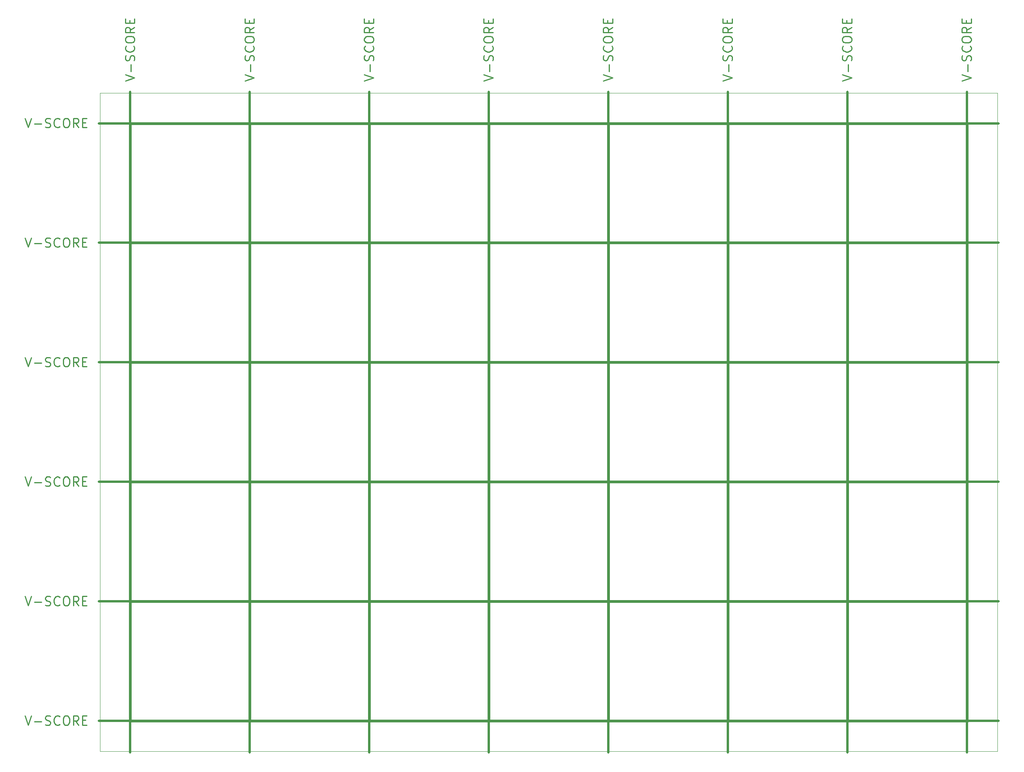
<source format=gko>
%TF.GenerationSoftware,KiCad,Pcbnew,7.0.10*%
%TF.CreationDate,2024-03-13T10:51:02+00:00*%
%TF.ProjectId,SparkX_Soft_Power_Switch_panelized,53706172-6b58-45f5-936f-66745f506f77,v01*%
%TF.SameCoordinates,Original*%
%TF.FileFunction,Soldermask,Bot*%
%TF.FilePolarity,Negative*%
%FSLAX46Y46*%
G04 Gerber Fmt 4.6, Leading zero omitted, Abs format (unit mm)*
G04 Created by KiCad (PCBNEW 7.0.10) date 2024-03-13 10:51:02*
%MOMM*%
%LPD*%
G01*
G04 APERTURE LIST*
%TA.AperFunction,Profile*%
%ADD10C,0.100000*%
%TD*%
%ADD11C,0.500000*%
%ADD12C,0.250000*%
G04 APERTURE END LIST*
D10*
X77700000Y77200000D02*
X103100000Y77200000D01*
X103100000Y51800000D01*
X77700000Y51800000D01*
X77700000Y77200000D01*
X129500000Y25400000D02*
X154900000Y25400000D01*
X154900000Y0D01*
X129500000Y0D01*
X129500000Y25400000D01*
X129500000Y129000000D02*
X154900000Y129000000D01*
X154900000Y103600000D01*
X129500000Y103600000D01*
X129500000Y129000000D01*
X103600000Y103100000D02*
X129000000Y103100000D01*
X129000000Y77700000D01*
X103600000Y77700000D01*
X103600000Y103100000D01*
X25900000Y129000000D02*
X51300000Y129000000D01*
X51300000Y103600000D01*
X25900000Y103600000D01*
X25900000Y129000000D01*
X-500000Y-500000D02*
X-500000Y129500000D01*
X77700000Y25400000D02*
X103100000Y25400000D01*
X103100000Y0D01*
X77700000Y0D01*
X77700000Y25400000D01*
X181300000Y129500000D02*
X181300000Y-500000D01*
X0Y77200000D02*
X25400000Y77200000D01*
X25400000Y51800000D01*
X0Y51800000D01*
X0Y77200000D01*
X77700000Y129000000D02*
X103100000Y129000000D01*
X103100000Y103600000D01*
X77700000Y103600000D01*
X77700000Y129000000D01*
X51800000Y103100000D02*
X77200000Y103100000D01*
X77200000Y77700000D01*
X51800000Y77700000D01*
X51800000Y103100000D01*
X51800000Y25400000D02*
X77200000Y25400000D01*
X77200000Y0D01*
X51800000Y0D01*
X51800000Y25400000D01*
X129500000Y51300000D02*
X154900000Y51300000D01*
X154900000Y25900000D01*
X129500000Y25900000D01*
X129500000Y51300000D01*
X129500000Y103100000D02*
X154900000Y103100000D01*
X154900000Y77700000D01*
X129500000Y77700000D01*
X129500000Y103100000D01*
X-500000Y129500000D02*
X181300000Y129500000D01*
X-6850000Y135850000D02*
X187650000Y135850000D01*
X25900000Y103100000D02*
X51300000Y103100000D01*
X51300000Y77700000D01*
X25900000Y77700000D01*
X25900000Y103100000D01*
X0Y129000000D02*
X25400000Y129000000D01*
X25400000Y103600000D01*
X0Y103600000D01*
X0Y129000000D01*
X187650000Y-6850000D02*
X-6850000Y-6850000D01*
X155400000Y25400000D02*
X180800000Y25400000D01*
X180800000Y0D01*
X155400000Y0D01*
X155400000Y25400000D01*
X25900000Y25400000D02*
X51300000Y25400000D01*
X51300000Y0D01*
X25900000Y0D01*
X25900000Y25400000D01*
X155400000Y51300000D02*
X180800000Y51300000D01*
X180800000Y25900000D01*
X155400000Y25900000D01*
X155400000Y51300000D01*
X25900000Y51300000D02*
X51300000Y51300000D01*
X51300000Y25900000D01*
X25900000Y25900000D01*
X25900000Y51300000D01*
X77700000Y51300000D02*
X103100000Y51300000D01*
X103100000Y25900000D01*
X77700000Y25900000D01*
X77700000Y51300000D01*
X103600000Y25400000D02*
X129000000Y25400000D01*
X129000000Y0D01*
X103600000Y0D01*
X103600000Y25400000D01*
X155400000Y129000000D02*
X180800000Y129000000D01*
X180800000Y103600000D01*
X155400000Y103600000D01*
X155400000Y129000000D01*
X129500000Y77200000D02*
X154900000Y77200000D01*
X154900000Y51800000D01*
X129500000Y51800000D01*
X129500000Y77200000D01*
X103600000Y129000000D02*
X129000000Y129000000D01*
X129000000Y103600000D01*
X103600000Y103600000D01*
X103600000Y129000000D01*
X0Y103100000D02*
X25400000Y103100000D01*
X25400000Y77700000D01*
X0Y77700000D01*
X0Y103100000D01*
X187650000Y135850000D02*
X187650000Y-6850000D01*
X155400000Y103100000D02*
X180800000Y103100000D01*
X180800000Y77700000D01*
X155400000Y77700000D01*
X155400000Y103100000D01*
X77700000Y103100000D02*
X103100000Y103100000D01*
X103100000Y77700000D01*
X77700000Y77700000D01*
X77700000Y103100000D01*
X51800000Y51300000D02*
X77200000Y51300000D01*
X77200000Y25900000D01*
X51800000Y25900000D01*
X51800000Y51300000D01*
X0Y51300000D02*
X25400000Y51300000D01*
X25400000Y25900000D01*
X0Y25900000D01*
X0Y51300000D01*
X51800000Y77200000D02*
X77200000Y77200000D01*
X77200000Y51800000D01*
X51800000Y51800000D01*
X51800000Y77200000D01*
X103600000Y77200000D02*
X129000000Y77200000D01*
X129000000Y51800000D01*
X103600000Y51800000D01*
X103600000Y77200000D01*
X25900000Y77200000D02*
X51300000Y77200000D01*
X51300000Y51800000D01*
X25900000Y51800000D01*
X25900000Y77200000D01*
X51800000Y129000000D02*
X77200000Y129000000D01*
X77200000Y103600000D01*
X51800000Y103600000D01*
X51800000Y129000000D01*
X103600000Y51300000D02*
X129000000Y51300000D01*
X129000000Y25900000D01*
X103600000Y25900000D01*
X103600000Y51300000D01*
X-6850000Y-6850000D02*
X-6850000Y135850000D01*
X0Y25400000D02*
X25400000Y25400000D01*
X25400000Y0D01*
X0Y0D01*
X0Y25400000D01*
X181300000Y-500000D02*
X-500000Y-500000D01*
X155400000Y77200000D02*
X180800000Y77200000D01*
X180800000Y51800000D01*
X155400000Y51800000D01*
X155400000Y77200000D01*
D11*
X-250000Y136100000D02*
X-250000Y-7100000D01*
X129250000Y136100000D02*
X129250000Y-7100000D01*
X-7100000Y51550000D02*
X187900000Y51550000D01*
X-7100000Y25650000D02*
X187900000Y25650000D01*
X-7100000Y103350000D02*
X187900000Y103350000D01*
X25650000Y136100000D02*
X25650000Y-7100000D01*
X103350000Y136100000D02*
X103350000Y-7100000D01*
X77450000Y136100000D02*
X77450000Y-7100000D01*
X181050000Y136100000D02*
X181050000Y-7100000D01*
X-7100000Y-250000D02*
X187900000Y-250000D01*
X-7100000Y129250000D02*
X187900000Y129250000D01*
X155150000Y136100000D02*
X155150000Y-7100000D01*
X51550000Y136100000D02*
X51550000Y-7100000D01*
X-7100000Y77450000D02*
X187900000Y77450000D01*
D12*
X128162238Y138454949D02*
X130162238Y139121615D01*
X130162238Y139121615D02*
X128162238Y139788282D01*
X129400333Y140454949D02*
X129400333Y141978759D01*
X130067000Y142835901D02*
X130162238Y143121615D01*
X130162238Y143121615D02*
X130162238Y143597806D01*
X130162238Y143597806D02*
X130067000Y143788282D01*
X130067000Y143788282D02*
X129971761Y143883520D01*
X129971761Y143883520D02*
X129781285Y143978758D01*
X129781285Y143978758D02*
X129590809Y143978758D01*
X129590809Y143978758D02*
X129400333Y143883520D01*
X129400333Y143883520D02*
X129305095Y143788282D01*
X129305095Y143788282D02*
X129209857Y143597806D01*
X129209857Y143597806D02*
X129114619Y143216853D01*
X129114619Y143216853D02*
X129019380Y143026377D01*
X129019380Y143026377D02*
X128924142Y142931139D01*
X128924142Y142931139D02*
X128733666Y142835901D01*
X128733666Y142835901D02*
X128543190Y142835901D01*
X128543190Y142835901D02*
X128352714Y142931139D01*
X128352714Y142931139D02*
X128257476Y143026377D01*
X128257476Y143026377D02*
X128162238Y143216853D01*
X128162238Y143216853D02*
X128162238Y143693044D01*
X128162238Y143693044D02*
X128257476Y143978758D01*
X129971761Y145978758D02*
X130067000Y145883520D01*
X130067000Y145883520D02*
X130162238Y145597806D01*
X130162238Y145597806D02*
X130162238Y145407330D01*
X130162238Y145407330D02*
X130067000Y145121615D01*
X130067000Y145121615D02*
X129876523Y144931139D01*
X129876523Y144931139D02*
X129686047Y144835901D01*
X129686047Y144835901D02*
X129305095Y144740663D01*
X129305095Y144740663D02*
X129019380Y144740663D01*
X129019380Y144740663D02*
X128638428Y144835901D01*
X128638428Y144835901D02*
X128447952Y144931139D01*
X128447952Y144931139D02*
X128257476Y145121615D01*
X128257476Y145121615D02*
X128162238Y145407330D01*
X128162238Y145407330D02*
X128162238Y145597806D01*
X128162238Y145597806D02*
X128257476Y145883520D01*
X128257476Y145883520D02*
X128352714Y145978758D01*
X128162238Y147216853D02*
X128162238Y147597806D01*
X128162238Y147597806D02*
X128257476Y147788282D01*
X128257476Y147788282D02*
X128447952Y147978758D01*
X128447952Y147978758D02*
X128828904Y148073996D01*
X128828904Y148073996D02*
X129495571Y148073996D01*
X129495571Y148073996D02*
X129876523Y147978758D01*
X129876523Y147978758D02*
X130067000Y147788282D01*
X130067000Y147788282D02*
X130162238Y147597806D01*
X130162238Y147597806D02*
X130162238Y147216853D01*
X130162238Y147216853D02*
X130067000Y147026377D01*
X130067000Y147026377D02*
X129876523Y146835901D01*
X129876523Y146835901D02*
X129495571Y146740663D01*
X129495571Y146740663D02*
X128828904Y146740663D01*
X128828904Y146740663D02*
X128447952Y146835901D01*
X128447952Y146835901D02*
X128257476Y147026377D01*
X128257476Y147026377D02*
X128162238Y147216853D01*
X130162238Y150073996D02*
X129209857Y149407329D01*
X130162238Y148931139D02*
X128162238Y148931139D01*
X128162238Y148931139D02*
X128162238Y149693044D01*
X128162238Y149693044D02*
X128257476Y149883520D01*
X128257476Y149883520D02*
X128352714Y149978758D01*
X128352714Y149978758D02*
X128543190Y150073996D01*
X128543190Y150073996D02*
X128828904Y150073996D01*
X128828904Y150073996D02*
X129019380Y149978758D01*
X129019380Y149978758D02*
X129114619Y149883520D01*
X129114619Y149883520D02*
X129209857Y149693044D01*
X129209857Y149693044D02*
X129209857Y148931139D01*
X129114619Y150931139D02*
X129114619Y151597806D01*
X130162238Y151883520D02*
X130162238Y150931139D01*
X130162238Y150931139D02*
X128162238Y150931139D01*
X128162238Y150931139D02*
X128162238Y151883520D01*
X24562238Y138454949D02*
X26562238Y139121615D01*
X26562238Y139121615D02*
X24562238Y139788282D01*
X25800333Y140454949D02*
X25800333Y141978759D01*
X26467000Y142835901D02*
X26562238Y143121615D01*
X26562238Y143121615D02*
X26562238Y143597806D01*
X26562238Y143597806D02*
X26467000Y143788282D01*
X26467000Y143788282D02*
X26371761Y143883520D01*
X26371761Y143883520D02*
X26181285Y143978758D01*
X26181285Y143978758D02*
X25990809Y143978758D01*
X25990809Y143978758D02*
X25800333Y143883520D01*
X25800333Y143883520D02*
X25705095Y143788282D01*
X25705095Y143788282D02*
X25609857Y143597806D01*
X25609857Y143597806D02*
X25514619Y143216853D01*
X25514619Y143216853D02*
X25419380Y143026377D01*
X25419380Y143026377D02*
X25324142Y142931139D01*
X25324142Y142931139D02*
X25133666Y142835901D01*
X25133666Y142835901D02*
X24943190Y142835901D01*
X24943190Y142835901D02*
X24752714Y142931139D01*
X24752714Y142931139D02*
X24657476Y143026377D01*
X24657476Y143026377D02*
X24562238Y143216853D01*
X24562238Y143216853D02*
X24562238Y143693044D01*
X24562238Y143693044D02*
X24657476Y143978758D01*
X26371761Y145978758D02*
X26467000Y145883520D01*
X26467000Y145883520D02*
X26562238Y145597806D01*
X26562238Y145597806D02*
X26562238Y145407330D01*
X26562238Y145407330D02*
X26467000Y145121615D01*
X26467000Y145121615D02*
X26276523Y144931139D01*
X26276523Y144931139D02*
X26086047Y144835901D01*
X26086047Y144835901D02*
X25705095Y144740663D01*
X25705095Y144740663D02*
X25419380Y144740663D01*
X25419380Y144740663D02*
X25038428Y144835901D01*
X25038428Y144835901D02*
X24847952Y144931139D01*
X24847952Y144931139D02*
X24657476Y145121615D01*
X24657476Y145121615D02*
X24562238Y145407330D01*
X24562238Y145407330D02*
X24562238Y145597806D01*
X24562238Y145597806D02*
X24657476Y145883520D01*
X24657476Y145883520D02*
X24752714Y145978758D01*
X24562238Y147216853D02*
X24562238Y147597806D01*
X24562238Y147597806D02*
X24657476Y147788282D01*
X24657476Y147788282D02*
X24847952Y147978758D01*
X24847952Y147978758D02*
X25228904Y148073996D01*
X25228904Y148073996D02*
X25895571Y148073996D01*
X25895571Y148073996D02*
X26276523Y147978758D01*
X26276523Y147978758D02*
X26467000Y147788282D01*
X26467000Y147788282D02*
X26562238Y147597806D01*
X26562238Y147597806D02*
X26562238Y147216853D01*
X26562238Y147216853D02*
X26467000Y147026377D01*
X26467000Y147026377D02*
X26276523Y146835901D01*
X26276523Y146835901D02*
X25895571Y146740663D01*
X25895571Y146740663D02*
X25228904Y146740663D01*
X25228904Y146740663D02*
X24847952Y146835901D01*
X24847952Y146835901D02*
X24657476Y147026377D01*
X24657476Y147026377D02*
X24562238Y147216853D01*
X26562238Y150073996D02*
X25609857Y149407329D01*
X26562238Y148931139D02*
X24562238Y148931139D01*
X24562238Y148931139D02*
X24562238Y149693044D01*
X24562238Y149693044D02*
X24657476Y149883520D01*
X24657476Y149883520D02*
X24752714Y149978758D01*
X24752714Y149978758D02*
X24943190Y150073996D01*
X24943190Y150073996D02*
X25228904Y150073996D01*
X25228904Y150073996D02*
X25419380Y149978758D01*
X25419380Y149978758D02*
X25514619Y149883520D01*
X25514619Y149883520D02*
X25609857Y149693044D01*
X25609857Y149693044D02*
X25609857Y148931139D01*
X25514619Y150931139D02*
X25514619Y151597806D01*
X26562238Y151883520D02*
X26562238Y150931139D01*
X26562238Y150931139D02*
X24562238Y150931139D01*
X24562238Y150931139D02*
X24562238Y151883520D01*
X154062238Y138454949D02*
X156062238Y139121615D01*
X156062238Y139121615D02*
X154062238Y139788282D01*
X155300333Y140454949D02*
X155300333Y141978759D01*
X155967000Y142835901D02*
X156062238Y143121615D01*
X156062238Y143121615D02*
X156062238Y143597806D01*
X156062238Y143597806D02*
X155967000Y143788282D01*
X155967000Y143788282D02*
X155871761Y143883520D01*
X155871761Y143883520D02*
X155681285Y143978758D01*
X155681285Y143978758D02*
X155490809Y143978758D01*
X155490809Y143978758D02*
X155300333Y143883520D01*
X155300333Y143883520D02*
X155205095Y143788282D01*
X155205095Y143788282D02*
X155109857Y143597806D01*
X155109857Y143597806D02*
X155014619Y143216853D01*
X155014619Y143216853D02*
X154919380Y143026377D01*
X154919380Y143026377D02*
X154824142Y142931139D01*
X154824142Y142931139D02*
X154633666Y142835901D01*
X154633666Y142835901D02*
X154443190Y142835901D01*
X154443190Y142835901D02*
X154252714Y142931139D01*
X154252714Y142931139D02*
X154157476Y143026377D01*
X154157476Y143026377D02*
X154062238Y143216853D01*
X154062238Y143216853D02*
X154062238Y143693044D01*
X154062238Y143693044D02*
X154157476Y143978758D01*
X155871761Y145978758D02*
X155967000Y145883520D01*
X155967000Y145883520D02*
X156062238Y145597806D01*
X156062238Y145597806D02*
X156062238Y145407330D01*
X156062238Y145407330D02*
X155967000Y145121615D01*
X155967000Y145121615D02*
X155776523Y144931139D01*
X155776523Y144931139D02*
X155586047Y144835901D01*
X155586047Y144835901D02*
X155205095Y144740663D01*
X155205095Y144740663D02*
X154919380Y144740663D01*
X154919380Y144740663D02*
X154538428Y144835901D01*
X154538428Y144835901D02*
X154347952Y144931139D01*
X154347952Y144931139D02*
X154157476Y145121615D01*
X154157476Y145121615D02*
X154062238Y145407330D01*
X154062238Y145407330D02*
X154062238Y145597806D01*
X154062238Y145597806D02*
X154157476Y145883520D01*
X154157476Y145883520D02*
X154252714Y145978758D01*
X154062238Y147216853D02*
X154062238Y147597806D01*
X154062238Y147597806D02*
X154157476Y147788282D01*
X154157476Y147788282D02*
X154347952Y147978758D01*
X154347952Y147978758D02*
X154728904Y148073996D01*
X154728904Y148073996D02*
X155395571Y148073996D01*
X155395571Y148073996D02*
X155776523Y147978758D01*
X155776523Y147978758D02*
X155967000Y147788282D01*
X155967000Y147788282D02*
X156062238Y147597806D01*
X156062238Y147597806D02*
X156062238Y147216853D01*
X156062238Y147216853D02*
X155967000Y147026377D01*
X155967000Y147026377D02*
X155776523Y146835901D01*
X155776523Y146835901D02*
X155395571Y146740663D01*
X155395571Y146740663D02*
X154728904Y146740663D01*
X154728904Y146740663D02*
X154347952Y146835901D01*
X154347952Y146835901D02*
X154157476Y147026377D01*
X154157476Y147026377D02*
X154062238Y147216853D01*
X156062238Y150073996D02*
X155109857Y149407329D01*
X156062238Y148931139D02*
X154062238Y148931139D01*
X154062238Y148931139D02*
X154062238Y149693044D01*
X154062238Y149693044D02*
X154157476Y149883520D01*
X154157476Y149883520D02*
X154252714Y149978758D01*
X154252714Y149978758D02*
X154443190Y150073996D01*
X154443190Y150073996D02*
X154728904Y150073996D01*
X154728904Y150073996D02*
X154919380Y149978758D01*
X154919380Y149978758D02*
X155014619Y149883520D01*
X155014619Y149883520D02*
X155109857Y149693044D01*
X155109857Y149693044D02*
X155109857Y148931139D01*
X155014619Y150931139D02*
X155014619Y151597806D01*
X156062238Y151883520D02*
X156062238Y150931139D01*
X156062238Y150931139D02*
X154062238Y150931139D01*
X154062238Y150931139D02*
X154062238Y151883520D01*
X76362238Y138454949D02*
X78362238Y139121615D01*
X78362238Y139121615D02*
X76362238Y139788282D01*
X77600333Y140454949D02*
X77600333Y141978759D01*
X78267000Y142835901D02*
X78362238Y143121615D01*
X78362238Y143121615D02*
X78362238Y143597806D01*
X78362238Y143597806D02*
X78267000Y143788282D01*
X78267000Y143788282D02*
X78171761Y143883520D01*
X78171761Y143883520D02*
X77981285Y143978758D01*
X77981285Y143978758D02*
X77790809Y143978758D01*
X77790809Y143978758D02*
X77600333Y143883520D01*
X77600333Y143883520D02*
X77505095Y143788282D01*
X77505095Y143788282D02*
X77409857Y143597806D01*
X77409857Y143597806D02*
X77314619Y143216853D01*
X77314619Y143216853D02*
X77219380Y143026377D01*
X77219380Y143026377D02*
X77124142Y142931139D01*
X77124142Y142931139D02*
X76933666Y142835901D01*
X76933666Y142835901D02*
X76743190Y142835901D01*
X76743190Y142835901D02*
X76552714Y142931139D01*
X76552714Y142931139D02*
X76457476Y143026377D01*
X76457476Y143026377D02*
X76362238Y143216853D01*
X76362238Y143216853D02*
X76362238Y143693044D01*
X76362238Y143693044D02*
X76457476Y143978758D01*
X78171761Y145978758D02*
X78267000Y145883520D01*
X78267000Y145883520D02*
X78362238Y145597806D01*
X78362238Y145597806D02*
X78362238Y145407330D01*
X78362238Y145407330D02*
X78267000Y145121615D01*
X78267000Y145121615D02*
X78076523Y144931139D01*
X78076523Y144931139D02*
X77886047Y144835901D01*
X77886047Y144835901D02*
X77505095Y144740663D01*
X77505095Y144740663D02*
X77219380Y144740663D01*
X77219380Y144740663D02*
X76838428Y144835901D01*
X76838428Y144835901D02*
X76647952Y144931139D01*
X76647952Y144931139D02*
X76457476Y145121615D01*
X76457476Y145121615D02*
X76362238Y145407330D01*
X76362238Y145407330D02*
X76362238Y145597806D01*
X76362238Y145597806D02*
X76457476Y145883520D01*
X76457476Y145883520D02*
X76552714Y145978758D01*
X76362238Y147216853D02*
X76362238Y147597806D01*
X76362238Y147597806D02*
X76457476Y147788282D01*
X76457476Y147788282D02*
X76647952Y147978758D01*
X76647952Y147978758D02*
X77028904Y148073996D01*
X77028904Y148073996D02*
X77695571Y148073996D01*
X77695571Y148073996D02*
X78076523Y147978758D01*
X78076523Y147978758D02*
X78267000Y147788282D01*
X78267000Y147788282D02*
X78362238Y147597806D01*
X78362238Y147597806D02*
X78362238Y147216853D01*
X78362238Y147216853D02*
X78267000Y147026377D01*
X78267000Y147026377D02*
X78076523Y146835901D01*
X78076523Y146835901D02*
X77695571Y146740663D01*
X77695571Y146740663D02*
X77028904Y146740663D01*
X77028904Y146740663D02*
X76647952Y146835901D01*
X76647952Y146835901D02*
X76457476Y147026377D01*
X76457476Y147026377D02*
X76362238Y147216853D01*
X78362238Y150073996D02*
X77409857Y149407329D01*
X78362238Y148931139D02*
X76362238Y148931139D01*
X76362238Y148931139D02*
X76362238Y149693044D01*
X76362238Y149693044D02*
X76457476Y149883520D01*
X76457476Y149883520D02*
X76552714Y149978758D01*
X76552714Y149978758D02*
X76743190Y150073996D01*
X76743190Y150073996D02*
X77028904Y150073996D01*
X77028904Y150073996D02*
X77219380Y149978758D01*
X77219380Y149978758D02*
X77314619Y149883520D01*
X77314619Y149883520D02*
X77409857Y149693044D01*
X77409857Y149693044D02*
X77409857Y148931139D01*
X77314619Y150931139D02*
X77314619Y151597806D01*
X78362238Y151883520D02*
X78362238Y150931139D01*
X78362238Y150931139D02*
X76362238Y150931139D01*
X76362238Y150931139D02*
X76362238Y151883520D01*
X-23073997Y78537762D02*
X-22407331Y76537762D01*
X-22407331Y76537762D02*
X-21740664Y78537762D01*
X-21073997Y77299667D02*
X-19550187Y77299667D01*
X-18693045Y76633000D02*
X-18407331Y76537762D01*
X-18407331Y76537762D02*
X-17931140Y76537762D01*
X-17931140Y76537762D02*
X-17740664Y76633000D01*
X-17740664Y76633000D02*
X-17645426Y76728239D01*
X-17645426Y76728239D02*
X-17550188Y76918715D01*
X-17550188Y76918715D02*
X-17550188Y77109191D01*
X-17550188Y77109191D02*
X-17645426Y77299667D01*
X-17645426Y77299667D02*
X-17740664Y77394905D01*
X-17740664Y77394905D02*
X-17931140Y77490143D01*
X-17931140Y77490143D02*
X-18312093Y77585381D01*
X-18312093Y77585381D02*
X-18502569Y77680620D01*
X-18502569Y77680620D02*
X-18597807Y77775858D01*
X-18597807Y77775858D02*
X-18693045Y77966334D01*
X-18693045Y77966334D02*
X-18693045Y78156810D01*
X-18693045Y78156810D02*
X-18597807Y78347286D01*
X-18597807Y78347286D02*
X-18502569Y78442524D01*
X-18502569Y78442524D02*
X-18312093Y78537762D01*
X-18312093Y78537762D02*
X-17835902Y78537762D01*
X-17835902Y78537762D02*
X-17550188Y78442524D01*
X-15550188Y76728239D02*
X-15645426Y76633000D01*
X-15645426Y76633000D02*
X-15931140Y76537762D01*
X-15931140Y76537762D02*
X-16121616Y76537762D01*
X-16121616Y76537762D02*
X-16407331Y76633000D01*
X-16407331Y76633000D02*
X-16597807Y76823477D01*
X-16597807Y76823477D02*
X-16693045Y77013953D01*
X-16693045Y77013953D02*
X-16788283Y77394905D01*
X-16788283Y77394905D02*
X-16788283Y77680620D01*
X-16788283Y77680620D02*
X-16693045Y78061572D01*
X-16693045Y78061572D02*
X-16597807Y78252048D01*
X-16597807Y78252048D02*
X-16407331Y78442524D01*
X-16407331Y78442524D02*
X-16121616Y78537762D01*
X-16121616Y78537762D02*
X-15931140Y78537762D01*
X-15931140Y78537762D02*
X-15645426Y78442524D01*
X-15645426Y78442524D02*
X-15550188Y78347286D01*
X-14312093Y78537762D02*
X-13931140Y78537762D01*
X-13931140Y78537762D02*
X-13740664Y78442524D01*
X-13740664Y78442524D02*
X-13550188Y78252048D01*
X-13550188Y78252048D02*
X-13454950Y77871096D01*
X-13454950Y77871096D02*
X-13454950Y77204429D01*
X-13454950Y77204429D02*
X-13550188Y76823477D01*
X-13550188Y76823477D02*
X-13740664Y76633000D01*
X-13740664Y76633000D02*
X-13931140Y76537762D01*
X-13931140Y76537762D02*
X-14312093Y76537762D01*
X-14312093Y76537762D02*
X-14502569Y76633000D01*
X-14502569Y76633000D02*
X-14693045Y76823477D01*
X-14693045Y76823477D02*
X-14788283Y77204429D01*
X-14788283Y77204429D02*
X-14788283Y77871096D01*
X-14788283Y77871096D02*
X-14693045Y78252048D01*
X-14693045Y78252048D02*
X-14502569Y78442524D01*
X-14502569Y78442524D02*
X-14312093Y78537762D01*
X-11454950Y76537762D02*
X-12121617Y77490143D01*
X-12597807Y76537762D02*
X-12597807Y78537762D01*
X-12597807Y78537762D02*
X-11835902Y78537762D01*
X-11835902Y78537762D02*
X-11645426Y78442524D01*
X-11645426Y78442524D02*
X-11550188Y78347286D01*
X-11550188Y78347286D02*
X-11454950Y78156810D01*
X-11454950Y78156810D02*
X-11454950Y77871096D01*
X-11454950Y77871096D02*
X-11550188Y77680620D01*
X-11550188Y77680620D02*
X-11645426Y77585381D01*
X-11645426Y77585381D02*
X-11835902Y77490143D01*
X-11835902Y77490143D02*
X-12597807Y77490143D01*
X-10597807Y77585381D02*
X-9931140Y77585381D01*
X-9645426Y76537762D02*
X-10597807Y76537762D01*
X-10597807Y76537762D02*
X-10597807Y78537762D01*
X-10597807Y78537762D02*
X-9645426Y78537762D01*
X-1337762Y138454949D02*
X662238Y139121615D01*
X662238Y139121615D02*
X-1337762Y139788282D01*
X-99667Y140454949D02*
X-99667Y141978759D01*
X567000Y142835901D02*
X662238Y143121615D01*
X662238Y143121615D02*
X662238Y143597806D01*
X662238Y143597806D02*
X567000Y143788282D01*
X567000Y143788282D02*
X471761Y143883520D01*
X471761Y143883520D02*
X281285Y143978758D01*
X281285Y143978758D02*
X90809Y143978758D01*
X90809Y143978758D02*
X-99667Y143883520D01*
X-99667Y143883520D02*
X-194905Y143788282D01*
X-194905Y143788282D02*
X-290143Y143597806D01*
X-290143Y143597806D02*
X-385381Y143216853D01*
X-385381Y143216853D02*
X-480620Y143026377D01*
X-480620Y143026377D02*
X-575858Y142931139D01*
X-575858Y142931139D02*
X-766334Y142835901D01*
X-766334Y142835901D02*
X-956810Y142835901D01*
X-956810Y142835901D02*
X-1147286Y142931139D01*
X-1147286Y142931139D02*
X-1242524Y143026377D01*
X-1242524Y143026377D02*
X-1337762Y143216853D01*
X-1337762Y143216853D02*
X-1337762Y143693044D01*
X-1337762Y143693044D02*
X-1242524Y143978758D01*
X471761Y145978758D02*
X567000Y145883520D01*
X567000Y145883520D02*
X662238Y145597806D01*
X662238Y145597806D02*
X662238Y145407330D01*
X662238Y145407330D02*
X567000Y145121615D01*
X567000Y145121615D02*
X376523Y144931139D01*
X376523Y144931139D02*
X186047Y144835901D01*
X186047Y144835901D02*
X-194905Y144740663D01*
X-194905Y144740663D02*
X-480620Y144740663D01*
X-480620Y144740663D02*
X-861572Y144835901D01*
X-861572Y144835901D02*
X-1052048Y144931139D01*
X-1052048Y144931139D02*
X-1242524Y145121615D01*
X-1242524Y145121615D02*
X-1337762Y145407330D01*
X-1337762Y145407330D02*
X-1337762Y145597806D01*
X-1337762Y145597806D02*
X-1242524Y145883520D01*
X-1242524Y145883520D02*
X-1147286Y145978758D01*
X-1337762Y147216853D02*
X-1337762Y147597806D01*
X-1337762Y147597806D02*
X-1242524Y147788282D01*
X-1242524Y147788282D02*
X-1052048Y147978758D01*
X-1052048Y147978758D02*
X-671096Y148073996D01*
X-671096Y148073996D02*
X-4429Y148073996D01*
X-4429Y148073996D02*
X376523Y147978758D01*
X376523Y147978758D02*
X567000Y147788282D01*
X567000Y147788282D02*
X662238Y147597806D01*
X662238Y147597806D02*
X662238Y147216853D01*
X662238Y147216853D02*
X567000Y147026377D01*
X567000Y147026377D02*
X376523Y146835901D01*
X376523Y146835901D02*
X-4429Y146740663D01*
X-4429Y146740663D02*
X-671096Y146740663D01*
X-671096Y146740663D02*
X-1052048Y146835901D01*
X-1052048Y146835901D02*
X-1242524Y147026377D01*
X-1242524Y147026377D02*
X-1337762Y147216853D01*
X662238Y150073996D02*
X-290143Y149407329D01*
X662238Y148931139D02*
X-1337762Y148931139D01*
X-1337762Y148931139D02*
X-1337762Y149693044D01*
X-1337762Y149693044D02*
X-1242524Y149883520D01*
X-1242524Y149883520D02*
X-1147286Y149978758D01*
X-1147286Y149978758D02*
X-956810Y150073996D01*
X-956810Y150073996D02*
X-671096Y150073996D01*
X-671096Y150073996D02*
X-480620Y149978758D01*
X-480620Y149978758D02*
X-385381Y149883520D01*
X-385381Y149883520D02*
X-290143Y149693044D01*
X-290143Y149693044D02*
X-290143Y148931139D01*
X-385381Y150931139D02*
X-385381Y151597806D01*
X662238Y151883520D02*
X662238Y150931139D01*
X662238Y150931139D02*
X-1337762Y150931139D01*
X-1337762Y150931139D02*
X-1337762Y151883520D01*
X102262238Y138454949D02*
X104262238Y139121615D01*
X104262238Y139121615D02*
X102262238Y139788282D01*
X103500333Y140454949D02*
X103500333Y141978759D01*
X104167000Y142835901D02*
X104262238Y143121615D01*
X104262238Y143121615D02*
X104262238Y143597806D01*
X104262238Y143597806D02*
X104167000Y143788282D01*
X104167000Y143788282D02*
X104071761Y143883520D01*
X104071761Y143883520D02*
X103881285Y143978758D01*
X103881285Y143978758D02*
X103690809Y143978758D01*
X103690809Y143978758D02*
X103500333Y143883520D01*
X103500333Y143883520D02*
X103405095Y143788282D01*
X103405095Y143788282D02*
X103309857Y143597806D01*
X103309857Y143597806D02*
X103214619Y143216853D01*
X103214619Y143216853D02*
X103119380Y143026377D01*
X103119380Y143026377D02*
X103024142Y142931139D01*
X103024142Y142931139D02*
X102833666Y142835901D01*
X102833666Y142835901D02*
X102643190Y142835901D01*
X102643190Y142835901D02*
X102452714Y142931139D01*
X102452714Y142931139D02*
X102357476Y143026377D01*
X102357476Y143026377D02*
X102262238Y143216853D01*
X102262238Y143216853D02*
X102262238Y143693044D01*
X102262238Y143693044D02*
X102357476Y143978758D01*
X104071761Y145978758D02*
X104167000Y145883520D01*
X104167000Y145883520D02*
X104262238Y145597806D01*
X104262238Y145597806D02*
X104262238Y145407330D01*
X104262238Y145407330D02*
X104167000Y145121615D01*
X104167000Y145121615D02*
X103976523Y144931139D01*
X103976523Y144931139D02*
X103786047Y144835901D01*
X103786047Y144835901D02*
X103405095Y144740663D01*
X103405095Y144740663D02*
X103119380Y144740663D01*
X103119380Y144740663D02*
X102738428Y144835901D01*
X102738428Y144835901D02*
X102547952Y144931139D01*
X102547952Y144931139D02*
X102357476Y145121615D01*
X102357476Y145121615D02*
X102262238Y145407330D01*
X102262238Y145407330D02*
X102262238Y145597806D01*
X102262238Y145597806D02*
X102357476Y145883520D01*
X102357476Y145883520D02*
X102452714Y145978758D01*
X102262238Y147216853D02*
X102262238Y147597806D01*
X102262238Y147597806D02*
X102357476Y147788282D01*
X102357476Y147788282D02*
X102547952Y147978758D01*
X102547952Y147978758D02*
X102928904Y148073996D01*
X102928904Y148073996D02*
X103595571Y148073996D01*
X103595571Y148073996D02*
X103976523Y147978758D01*
X103976523Y147978758D02*
X104167000Y147788282D01*
X104167000Y147788282D02*
X104262238Y147597806D01*
X104262238Y147597806D02*
X104262238Y147216853D01*
X104262238Y147216853D02*
X104167000Y147026377D01*
X104167000Y147026377D02*
X103976523Y146835901D01*
X103976523Y146835901D02*
X103595571Y146740663D01*
X103595571Y146740663D02*
X102928904Y146740663D01*
X102928904Y146740663D02*
X102547952Y146835901D01*
X102547952Y146835901D02*
X102357476Y147026377D01*
X102357476Y147026377D02*
X102262238Y147216853D01*
X104262238Y150073996D02*
X103309857Y149407329D01*
X104262238Y148931139D02*
X102262238Y148931139D01*
X102262238Y148931139D02*
X102262238Y149693044D01*
X102262238Y149693044D02*
X102357476Y149883520D01*
X102357476Y149883520D02*
X102452714Y149978758D01*
X102452714Y149978758D02*
X102643190Y150073996D01*
X102643190Y150073996D02*
X102928904Y150073996D01*
X102928904Y150073996D02*
X103119380Y149978758D01*
X103119380Y149978758D02*
X103214619Y149883520D01*
X103214619Y149883520D02*
X103309857Y149693044D01*
X103309857Y149693044D02*
X103309857Y148931139D01*
X103214619Y150931139D02*
X103214619Y151597806D01*
X104262238Y151883520D02*
X104262238Y150931139D01*
X104262238Y150931139D02*
X102262238Y150931139D01*
X102262238Y150931139D02*
X102262238Y151883520D01*
X-23073997Y52637762D02*
X-22407331Y50637762D01*
X-22407331Y50637762D02*
X-21740664Y52637762D01*
X-21073997Y51399667D02*
X-19550187Y51399667D01*
X-18693045Y50733000D02*
X-18407331Y50637762D01*
X-18407331Y50637762D02*
X-17931140Y50637762D01*
X-17931140Y50637762D02*
X-17740664Y50733000D01*
X-17740664Y50733000D02*
X-17645426Y50828239D01*
X-17645426Y50828239D02*
X-17550188Y51018715D01*
X-17550188Y51018715D02*
X-17550188Y51209191D01*
X-17550188Y51209191D02*
X-17645426Y51399667D01*
X-17645426Y51399667D02*
X-17740664Y51494905D01*
X-17740664Y51494905D02*
X-17931140Y51590143D01*
X-17931140Y51590143D02*
X-18312093Y51685381D01*
X-18312093Y51685381D02*
X-18502569Y51780620D01*
X-18502569Y51780620D02*
X-18597807Y51875858D01*
X-18597807Y51875858D02*
X-18693045Y52066334D01*
X-18693045Y52066334D02*
X-18693045Y52256810D01*
X-18693045Y52256810D02*
X-18597807Y52447286D01*
X-18597807Y52447286D02*
X-18502569Y52542524D01*
X-18502569Y52542524D02*
X-18312093Y52637762D01*
X-18312093Y52637762D02*
X-17835902Y52637762D01*
X-17835902Y52637762D02*
X-17550188Y52542524D01*
X-15550188Y50828239D02*
X-15645426Y50733000D01*
X-15645426Y50733000D02*
X-15931140Y50637762D01*
X-15931140Y50637762D02*
X-16121616Y50637762D01*
X-16121616Y50637762D02*
X-16407331Y50733000D01*
X-16407331Y50733000D02*
X-16597807Y50923477D01*
X-16597807Y50923477D02*
X-16693045Y51113953D01*
X-16693045Y51113953D02*
X-16788283Y51494905D01*
X-16788283Y51494905D02*
X-16788283Y51780620D01*
X-16788283Y51780620D02*
X-16693045Y52161572D01*
X-16693045Y52161572D02*
X-16597807Y52352048D01*
X-16597807Y52352048D02*
X-16407331Y52542524D01*
X-16407331Y52542524D02*
X-16121616Y52637762D01*
X-16121616Y52637762D02*
X-15931140Y52637762D01*
X-15931140Y52637762D02*
X-15645426Y52542524D01*
X-15645426Y52542524D02*
X-15550188Y52447286D01*
X-14312093Y52637762D02*
X-13931140Y52637762D01*
X-13931140Y52637762D02*
X-13740664Y52542524D01*
X-13740664Y52542524D02*
X-13550188Y52352048D01*
X-13550188Y52352048D02*
X-13454950Y51971096D01*
X-13454950Y51971096D02*
X-13454950Y51304429D01*
X-13454950Y51304429D02*
X-13550188Y50923477D01*
X-13550188Y50923477D02*
X-13740664Y50733000D01*
X-13740664Y50733000D02*
X-13931140Y50637762D01*
X-13931140Y50637762D02*
X-14312093Y50637762D01*
X-14312093Y50637762D02*
X-14502569Y50733000D01*
X-14502569Y50733000D02*
X-14693045Y50923477D01*
X-14693045Y50923477D02*
X-14788283Y51304429D01*
X-14788283Y51304429D02*
X-14788283Y51971096D01*
X-14788283Y51971096D02*
X-14693045Y52352048D01*
X-14693045Y52352048D02*
X-14502569Y52542524D01*
X-14502569Y52542524D02*
X-14312093Y52637762D01*
X-11454950Y50637762D02*
X-12121617Y51590143D01*
X-12597807Y50637762D02*
X-12597807Y52637762D01*
X-12597807Y52637762D02*
X-11835902Y52637762D01*
X-11835902Y52637762D02*
X-11645426Y52542524D01*
X-11645426Y52542524D02*
X-11550188Y52447286D01*
X-11550188Y52447286D02*
X-11454950Y52256810D01*
X-11454950Y52256810D02*
X-11454950Y51971096D01*
X-11454950Y51971096D02*
X-11550188Y51780620D01*
X-11550188Y51780620D02*
X-11645426Y51685381D01*
X-11645426Y51685381D02*
X-11835902Y51590143D01*
X-11835902Y51590143D02*
X-12597807Y51590143D01*
X-10597807Y51685381D02*
X-9931140Y51685381D01*
X-9645426Y50637762D02*
X-10597807Y50637762D01*
X-10597807Y50637762D02*
X-10597807Y52637762D01*
X-10597807Y52637762D02*
X-9645426Y52637762D01*
X-23073997Y104437762D02*
X-22407331Y102437762D01*
X-22407331Y102437762D02*
X-21740664Y104437762D01*
X-21073997Y103199667D02*
X-19550187Y103199667D01*
X-18693045Y102533000D02*
X-18407331Y102437762D01*
X-18407331Y102437762D02*
X-17931140Y102437762D01*
X-17931140Y102437762D02*
X-17740664Y102533000D01*
X-17740664Y102533000D02*
X-17645426Y102628239D01*
X-17645426Y102628239D02*
X-17550188Y102818715D01*
X-17550188Y102818715D02*
X-17550188Y103009191D01*
X-17550188Y103009191D02*
X-17645426Y103199667D01*
X-17645426Y103199667D02*
X-17740664Y103294905D01*
X-17740664Y103294905D02*
X-17931140Y103390143D01*
X-17931140Y103390143D02*
X-18312093Y103485381D01*
X-18312093Y103485381D02*
X-18502569Y103580620D01*
X-18502569Y103580620D02*
X-18597807Y103675858D01*
X-18597807Y103675858D02*
X-18693045Y103866334D01*
X-18693045Y103866334D02*
X-18693045Y104056810D01*
X-18693045Y104056810D02*
X-18597807Y104247286D01*
X-18597807Y104247286D02*
X-18502569Y104342524D01*
X-18502569Y104342524D02*
X-18312093Y104437762D01*
X-18312093Y104437762D02*
X-17835902Y104437762D01*
X-17835902Y104437762D02*
X-17550188Y104342524D01*
X-15550188Y102628239D02*
X-15645426Y102533000D01*
X-15645426Y102533000D02*
X-15931140Y102437762D01*
X-15931140Y102437762D02*
X-16121616Y102437762D01*
X-16121616Y102437762D02*
X-16407331Y102533000D01*
X-16407331Y102533000D02*
X-16597807Y102723477D01*
X-16597807Y102723477D02*
X-16693045Y102913953D01*
X-16693045Y102913953D02*
X-16788283Y103294905D01*
X-16788283Y103294905D02*
X-16788283Y103580620D01*
X-16788283Y103580620D02*
X-16693045Y103961572D01*
X-16693045Y103961572D02*
X-16597807Y104152048D01*
X-16597807Y104152048D02*
X-16407331Y104342524D01*
X-16407331Y104342524D02*
X-16121616Y104437762D01*
X-16121616Y104437762D02*
X-15931140Y104437762D01*
X-15931140Y104437762D02*
X-15645426Y104342524D01*
X-15645426Y104342524D02*
X-15550188Y104247286D01*
X-14312093Y104437762D02*
X-13931140Y104437762D01*
X-13931140Y104437762D02*
X-13740664Y104342524D01*
X-13740664Y104342524D02*
X-13550188Y104152048D01*
X-13550188Y104152048D02*
X-13454950Y103771096D01*
X-13454950Y103771096D02*
X-13454950Y103104429D01*
X-13454950Y103104429D02*
X-13550188Y102723477D01*
X-13550188Y102723477D02*
X-13740664Y102533000D01*
X-13740664Y102533000D02*
X-13931140Y102437762D01*
X-13931140Y102437762D02*
X-14312093Y102437762D01*
X-14312093Y102437762D02*
X-14502569Y102533000D01*
X-14502569Y102533000D02*
X-14693045Y102723477D01*
X-14693045Y102723477D02*
X-14788283Y103104429D01*
X-14788283Y103104429D02*
X-14788283Y103771096D01*
X-14788283Y103771096D02*
X-14693045Y104152048D01*
X-14693045Y104152048D02*
X-14502569Y104342524D01*
X-14502569Y104342524D02*
X-14312093Y104437762D01*
X-11454950Y102437762D02*
X-12121617Y103390143D01*
X-12597807Y102437762D02*
X-12597807Y104437762D01*
X-12597807Y104437762D02*
X-11835902Y104437762D01*
X-11835902Y104437762D02*
X-11645426Y104342524D01*
X-11645426Y104342524D02*
X-11550188Y104247286D01*
X-11550188Y104247286D02*
X-11454950Y104056810D01*
X-11454950Y104056810D02*
X-11454950Y103771096D01*
X-11454950Y103771096D02*
X-11550188Y103580620D01*
X-11550188Y103580620D02*
X-11645426Y103485381D01*
X-11645426Y103485381D02*
X-11835902Y103390143D01*
X-11835902Y103390143D02*
X-12597807Y103390143D01*
X-10597807Y103485381D02*
X-9931140Y103485381D01*
X-9645426Y102437762D02*
X-10597807Y102437762D01*
X-10597807Y102437762D02*
X-10597807Y104437762D01*
X-10597807Y104437762D02*
X-9645426Y104437762D01*
X-23073997Y130337761D02*
X-22407331Y128337761D01*
X-22407331Y128337761D02*
X-21740664Y130337761D01*
X-21073997Y129099666D02*
X-19550187Y129099666D01*
X-18693045Y128433000D02*
X-18407331Y128337761D01*
X-18407331Y128337761D02*
X-17931140Y128337761D01*
X-17931140Y128337761D02*
X-17740664Y128433000D01*
X-17740664Y128433000D02*
X-17645426Y128528238D01*
X-17645426Y128528238D02*
X-17550188Y128718714D01*
X-17550188Y128718714D02*
X-17550188Y128909190D01*
X-17550188Y128909190D02*
X-17645426Y129099666D01*
X-17645426Y129099666D02*
X-17740664Y129194904D01*
X-17740664Y129194904D02*
X-17931140Y129290142D01*
X-17931140Y129290142D02*
X-18312093Y129385380D01*
X-18312093Y129385380D02*
X-18502569Y129480619D01*
X-18502569Y129480619D02*
X-18597807Y129575857D01*
X-18597807Y129575857D02*
X-18693045Y129766333D01*
X-18693045Y129766333D02*
X-18693045Y129956809D01*
X-18693045Y129956809D02*
X-18597807Y130147285D01*
X-18597807Y130147285D02*
X-18502569Y130242523D01*
X-18502569Y130242523D02*
X-18312093Y130337761D01*
X-18312093Y130337761D02*
X-17835902Y130337761D01*
X-17835902Y130337761D02*
X-17550188Y130242523D01*
X-15550188Y128528238D02*
X-15645426Y128433000D01*
X-15645426Y128433000D02*
X-15931140Y128337761D01*
X-15931140Y128337761D02*
X-16121616Y128337761D01*
X-16121616Y128337761D02*
X-16407331Y128433000D01*
X-16407331Y128433000D02*
X-16597807Y128623476D01*
X-16597807Y128623476D02*
X-16693045Y128813952D01*
X-16693045Y128813952D02*
X-16788283Y129194904D01*
X-16788283Y129194904D02*
X-16788283Y129480619D01*
X-16788283Y129480619D02*
X-16693045Y129861571D01*
X-16693045Y129861571D02*
X-16597807Y130052047D01*
X-16597807Y130052047D02*
X-16407331Y130242523D01*
X-16407331Y130242523D02*
X-16121616Y130337761D01*
X-16121616Y130337761D02*
X-15931140Y130337761D01*
X-15931140Y130337761D02*
X-15645426Y130242523D01*
X-15645426Y130242523D02*
X-15550188Y130147285D01*
X-14312093Y130337761D02*
X-13931140Y130337761D01*
X-13931140Y130337761D02*
X-13740664Y130242523D01*
X-13740664Y130242523D02*
X-13550188Y130052047D01*
X-13550188Y130052047D02*
X-13454950Y129671095D01*
X-13454950Y129671095D02*
X-13454950Y129004428D01*
X-13454950Y129004428D02*
X-13550188Y128623476D01*
X-13550188Y128623476D02*
X-13740664Y128433000D01*
X-13740664Y128433000D02*
X-13931140Y128337761D01*
X-13931140Y128337761D02*
X-14312093Y128337761D01*
X-14312093Y128337761D02*
X-14502569Y128433000D01*
X-14502569Y128433000D02*
X-14693045Y128623476D01*
X-14693045Y128623476D02*
X-14788283Y129004428D01*
X-14788283Y129004428D02*
X-14788283Y129671095D01*
X-14788283Y129671095D02*
X-14693045Y130052047D01*
X-14693045Y130052047D02*
X-14502569Y130242523D01*
X-14502569Y130242523D02*
X-14312093Y130337761D01*
X-11454950Y128337761D02*
X-12121617Y129290142D01*
X-12597807Y128337761D02*
X-12597807Y130337761D01*
X-12597807Y130337761D02*
X-11835902Y130337761D01*
X-11835902Y130337761D02*
X-11645426Y130242523D01*
X-11645426Y130242523D02*
X-11550188Y130147285D01*
X-11550188Y130147285D02*
X-11454950Y129956809D01*
X-11454950Y129956809D02*
X-11454950Y129671095D01*
X-11454950Y129671095D02*
X-11550188Y129480619D01*
X-11550188Y129480619D02*
X-11645426Y129385380D01*
X-11645426Y129385380D02*
X-11835902Y129290142D01*
X-11835902Y129290142D02*
X-12597807Y129290142D01*
X-10597807Y129385380D02*
X-9931140Y129385380D01*
X-9645426Y128337761D02*
X-10597807Y128337761D01*
X-10597807Y128337761D02*
X-10597807Y130337761D01*
X-10597807Y130337761D02*
X-9645426Y130337761D01*
X-23073997Y837762D02*
X-22407331Y-1162238D01*
X-22407331Y-1162238D02*
X-21740664Y837762D01*
X-21073997Y-400333D02*
X-19550187Y-400333D01*
X-18693045Y-1067000D02*
X-18407331Y-1162238D01*
X-18407331Y-1162238D02*
X-17931140Y-1162238D01*
X-17931140Y-1162238D02*
X-17740664Y-1067000D01*
X-17740664Y-1067000D02*
X-17645426Y-971761D01*
X-17645426Y-971761D02*
X-17550188Y-781285D01*
X-17550188Y-781285D02*
X-17550188Y-590809D01*
X-17550188Y-590809D02*
X-17645426Y-400333D01*
X-17645426Y-400333D02*
X-17740664Y-305095D01*
X-17740664Y-305095D02*
X-17931140Y-209857D01*
X-17931140Y-209857D02*
X-18312093Y-114619D01*
X-18312093Y-114619D02*
X-18502569Y-19380D01*
X-18502569Y-19380D02*
X-18597807Y75858D01*
X-18597807Y75858D02*
X-18693045Y266334D01*
X-18693045Y266334D02*
X-18693045Y456810D01*
X-18693045Y456810D02*
X-18597807Y647286D01*
X-18597807Y647286D02*
X-18502569Y742524D01*
X-18502569Y742524D02*
X-18312093Y837762D01*
X-18312093Y837762D02*
X-17835902Y837762D01*
X-17835902Y837762D02*
X-17550188Y742524D01*
X-15550188Y-971761D02*
X-15645426Y-1067000D01*
X-15645426Y-1067000D02*
X-15931140Y-1162238D01*
X-15931140Y-1162238D02*
X-16121616Y-1162238D01*
X-16121616Y-1162238D02*
X-16407331Y-1067000D01*
X-16407331Y-1067000D02*
X-16597807Y-876523D01*
X-16597807Y-876523D02*
X-16693045Y-686047D01*
X-16693045Y-686047D02*
X-16788283Y-305095D01*
X-16788283Y-305095D02*
X-16788283Y-19380D01*
X-16788283Y-19380D02*
X-16693045Y361572D01*
X-16693045Y361572D02*
X-16597807Y552048D01*
X-16597807Y552048D02*
X-16407331Y742524D01*
X-16407331Y742524D02*
X-16121616Y837762D01*
X-16121616Y837762D02*
X-15931140Y837762D01*
X-15931140Y837762D02*
X-15645426Y742524D01*
X-15645426Y742524D02*
X-15550188Y647286D01*
X-14312093Y837762D02*
X-13931140Y837762D01*
X-13931140Y837762D02*
X-13740664Y742524D01*
X-13740664Y742524D02*
X-13550188Y552048D01*
X-13550188Y552048D02*
X-13454950Y171096D01*
X-13454950Y171096D02*
X-13454950Y-495571D01*
X-13454950Y-495571D02*
X-13550188Y-876523D01*
X-13550188Y-876523D02*
X-13740664Y-1067000D01*
X-13740664Y-1067000D02*
X-13931140Y-1162238D01*
X-13931140Y-1162238D02*
X-14312093Y-1162238D01*
X-14312093Y-1162238D02*
X-14502569Y-1067000D01*
X-14502569Y-1067000D02*
X-14693045Y-876523D01*
X-14693045Y-876523D02*
X-14788283Y-495571D01*
X-14788283Y-495571D02*
X-14788283Y171096D01*
X-14788283Y171096D02*
X-14693045Y552048D01*
X-14693045Y552048D02*
X-14502569Y742524D01*
X-14502569Y742524D02*
X-14312093Y837762D01*
X-11454950Y-1162238D02*
X-12121617Y-209857D01*
X-12597807Y-1162238D02*
X-12597807Y837762D01*
X-12597807Y837762D02*
X-11835902Y837762D01*
X-11835902Y837762D02*
X-11645426Y742524D01*
X-11645426Y742524D02*
X-11550188Y647286D01*
X-11550188Y647286D02*
X-11454950Y456810D01*
X-11454950Y456810D02*
X-11454950Y171096D01*
X-11454950Y171096D02*
X-11550188Y-19380D01*
X-11550188Y-19380D02*
X-11645426Y-114619D01*
X-11645426Y-114619D02*
X-11835902Y-209857D01*
X-11835902Y-209857D02*
X-12597807Y-209857D01*
X-10597807Y-114619D02*
X-9931140Y-114619D01*
X-9645426Y-1162238D02*
X-10597807Y-1162238D01*
X-10597807Y-1162238D02*
X-10597807Y837762D01*
X-10597807Y837762D02*
X-9645426Y837762D01*
X50462238Y138454949D02*
X52462238Y139121615D01*
X52462238Y139121615D02*
X50462238Y139788282D01*
X51700333Y140454949D02*
X51700333Y141978759D01*
X52367000Y142835901D02*
X52462238Y143121615D01*
X52462238Y143121615D02*
X52462238Y143597806D01*
X52462238Y143597806D02*
X52367000Y143788282D01*
X52367000Y143788282D02*
X52271761Y143883520D01*
X52271761Y143883520D02*
X52081285Y143978758D01*
X52081285Y143978758D02*
X51890809Y143978758D01*
X51890809Y143978758D02*
X51700333Y143883520D01*
X51700333Y143883520D02*
X51605095Y143788282D01*
X51605095Y143788282D02*
X51509857Y143597806D01*
X51509857Y143597806D02*
X51414619Y143216853D01*
X51414619Y143216853D02*
X51319380Y143026377D01*
X51319380Y143026377D02*
X51224142Y142931139D01*
X51224142Y142931139D02*
X51033666Y142835901D01*
X51033666Y142835901D02*
X50843190Y142835901D01*
X50843190Y142835901D02*
X50652714Y142931139D01*
X50652714Y142931139D02*
X50557476Y143026377D01*
X50557476Y143026377D02*
X50462238Y143216853D01*
X50462238Y143216853D02*
X50462238Y143693044D01*
X50462238Y143693044D02*
X50557476Y143978758D01*
X52271761Y145978758D02*
X52367000Y145883520D01*
X52367000Y145883520D02*
X52462238Y145597806D01*
X52462238Y145597806D02*
X52462238Y145407330D01*
X52462238Y145407330D02*
X52367000Y145121615D01*
X52367000Y145121615D02*
X52176523Y144931139D01*
X52176523Y144931139D02*
X51986047Y144835901D01*
X51986047Y144835901D02*
X51605095Y144740663D01*
X51605095Y144740663D02*
X51319380Y144740663D01*
X51319380Y144740663D02*
X50938428Y144835901D01*
X50938428Y144835901D02*
X50747952Y144931139D01*
X50747952Y144931139D02*
X50557476Y145121615D01*
X50557476Y145121615D02*
X50462238Y145407330D01*
X50462238Y145407330D02*
X50462238Y145597806D01*
X50462238Y145597806D02*
X50557476Y145883520D01*
X50557476Y145883520D02*
X50652714Y145978758D01*
X50462238Y147216853D02*
X50462238Y147597806D01*
X50462238Y147597806D02*
X50557476Y147788282D01*
X50557476Y147788282D02*
X50747952Y147978758D01*
X50747952Y147978758D02*
X51128904Y148073996D01*
X51128904Y148073996D02*
X51795571Y148073996D01*
X51795571Y148073996D02*
X52176523Y147978758D01*
X52176523Y147978758D02*
X52367000Y147788282D01*
X52367000Y147788282D02*
X52462238Y147597806D01*
X52462238Y147597806D02*
X52462238Y147216853D01*
X52462238Y147216853D02*
X52367000Y147026377D01*
X52367000Y147026377D02*
X52176523Y146835901D01*
X52176523Y146835901D02*
X51795571Y146740663D01*
X51795571Y146740663D02*
X51128904Y146740663D01*
X51128904Y146740663D02*
X50747952Y146835901D01*
X50747952Y146835901D02*
X50557476Y147026377D01*
X50557476Y147026377D02*
X50462238Y147216853D01*
X52462238Y150073996D02*
X51509857Y149407329D01*
X52462238Y148931139D02*
X50462238Y148931139D01*
X50462238Y148931139D02*
X50462238Y149693044D01*
X50462238Y149693044D02*
X50557476Y149883520D01*
X50557476Y149883520D02*
X50652714Y149978758D01*
X50652714Y149978758D02*
X50843190Y150073996D01*
X50843190Y150073996D02*
X51128904Y150073996D01*
X51128904Y150073996D02*
X51319380Y149978758D01*
X51319380Y149978758D02*
X51414619Y149883520D01*
X51414619Y149883520D02*
X51509857Y149693044D01*
X51509857Y149693044D02*
X51509857Y148931139D01*
X51414619Y150931139D02*
X51414619Y151597806D01*
X52462238Y151883520D02*
X52462238Y150931139D01*
X52462238Y150931139D02*
X50462238Y150931139D01*
X50462238Y150931139D02*
X50462238Y151883520D01*
X-23073997Y26737762D02*
X-22407331Y24737762D01*
X-22407331Y24737762D02*
X-21740664Y26737762D01*
X-21073997Y25499667D02*
X-19550187Y25499667D01*
X-18693045Y24833000D02*
X-18407331Y24737762D01*
X-18407331Y24737762D02*
X-17931140Y24737762D01*
X-17931140Y24737762D02*
X-17740664Y24833000D01*
X-17740664Y24833000D02*
X-17645426Y24928239D01*
X-17645426Y24928239D02*
X-17550188Y25118715D01*
X-17550188Y25118715D02*
X-17550188Y25309191D01*
X-17550188Y25309191D02*
X-17645426Y25499667D01*
X-17645426Y25499667D02*
X-17740664Y25594905D01*
X-17740664Y25594905D02*
X-17931140Y25690143D01*
X-17931140Y25690143D02*
X-18312093Y25785381D01*
X-18312093Y25785381D02*
X-18502569Y25880620D01*
X-18502569Y25880620D02*
X-18597807Y25975858D01*
X-18597807Y25975858D02*
X-18693045Y26166334D01*
X-18693045Y26166334D02*
X-18693045Y26356810D01*
X-18693045Y26356810D02*
X-18597807Y26547286D01*
X-18597807Y26547286D02*
X-18502569Y26642524D01*
X-18502569Y26642524D02*
X-18312093Y26737762D01*
X-18312093Y26737762D02*
X-17835902Y26737762D01*
X-17835902Y26737762D02*
X-17550188Y26642524D01*
X-15550188Y24928239D02*
X-15645426Y24833000D01*
X-15645426Y24833000D02*
X-15931140Y24737762D01*
X-15931140Y24737762D02*
X-16121616Y24737762D01*
X-16121616Y24737762D02*
X-16407331Y24833000D01*
X-16407331Y24833000D02*
X-16597807Y25023477D01*
X-16597807Y25023477D02*
X-16693045Y25213953D01*
X-16693045Y25213953D02*
X-16788283Y25594905D01*
X-16788283Y25594905D02*
X-16788283Y25880620D01*
X-16788283Y25880620D02*
X-16693045Y26261572D01*
X-16693045Y26261572D02*
X-16597807Y26452048D01*
X-16597807Y26452048D02*
X-16407331Y26642524D01*
X-16407331Y26642524D02*
X-16121616Y26737762D01*
X-16121616Y26737762D02*
X-15931140Y26737762D01*
X-15931140Y26737762D02*
X-15645426Y26642524D01*
X-15645426Y26642524D02*
X-15550188Y26547286D01*
X-14312093Y26737762D02*
X-13931140Y26737762D01*
X-13931140Y26737762D02*
X-13740664Y26642524D01*
X-13740664Y26642524D02*
X-13550188Y26452048D01*
X-13550188Y26452048D02*
X-13454950Y26071096D01*
X-13454950Y26071096D02*
X-13454950Y25404429D01*
X-13454950Y25404429D02*
X-13550188Y25023477D01*
X-13550188Y25023477D02*
X-13740664Y24833000D01*
X-13740664Y24833000D02*
X-13931140Y24737762D01*
X-13931140Y24737762D02*
X-14312093Y24737762D01*
X-14312093Y24737762D02*
X-14502569Y24833000D01*
X-14502569Y24833000D02*
X-14693045Y25023477D01*
X-14693045Y25023477D02*
X-14788283Y25404429D01*
X-14788283Y25404429D02*
X-14788283Y26071096D01*
X-14788283Y26071096D02*
X-14693045Y26452048D01*
X-14693045Y26452048D02*
X-14502569Y26642524D01*
X-14502569Y26642524D02*
X-14312093Y26737762D01*
X-11454950Y24737762D02*
X-12121617Y25690143D01*
X-12597807Y24737762D02*
X-12597807Y26737762D01*
X-12597807Y26737762D02*
X-11835902Y26737762D01*
X-11835902Y26737762D02*
X-11645426Y26642524D01*
X-11645426Y26642524D02*
X-11550188Y26547286D01*
X-11550188Y26547286D02*
X-11454950Y26356810D01*
X-11454950Y26356810D02*
X-11454950Y26071096D01*
X-11454950Y26071096D02*
X-11550188Y25880620D01*
X-11550188Y25880620D02*
X-11645426Y25785381D01*
X-11645426Y25785381D02*
X-11835902Y25690143D01*
X-11835902Y25690143D02*
X-12597807Y25690143D01*
X-10597807Y25785381D02*
X-9931140Y25785381D01*
X-9645426Y24737762D02*
X-10597807Y24737762D01*
X-10597807Y24737762D02*
X-10597807Y26737762D01*
X-10597807Y26737762D02*
X-9645426Y26737762D01*
X179962238Y138454949D02*
X181962238Y139121615D01*
X181962238Y139121615D02*
X179962238Y139788282D01*
X181200333Y140454949D02*
X181200333Y141978759D01*
X181867000Y142835901D02*
X181962238Y143121615D01*
X181962238Y143121615D02*
X181962238Y143597806D01*
X181962238Y143597806D02*
X181867000Y143788282D01*
X181867000Y143788282D02*
X181771761Y143883520D01*
X181771761Y143883520D02*
X181581285Y143978758D01*
X181581285Y143978758D02*
X181390809Y143978758D01*
X181390809Y143978758D02*
X181200333Y143883520D01*
X181200333Y143883520D02*
X181105095Y143788282D01*
X181105095Y143788282D02*
X181009857Y143597806D01*
X181009857Y143597806D02*
X180914619Y143216853D01*
X180914619Y143216853D02*
X180819380Y143026377D01*
X180819380Y143026377D02*
X180724142Y142931139D01*
X180724142Y142931139D02*
X180533666Y142835901D01*
X180533666Y142835901D02*
X180343190Y142835901D01*
X180343190Y142835901D02*
X180152714Y142931139D01*
X180152714Y142931139D02*
X180057476Y143026377D01*
X180057476Y143026377D02*
X179962238Y143216853D01*
X179962238Y143216853D02*
X179962238Y143693044D01*
X179962238Y143693044D02*
X180057476Y143978758D01*
X181771761Y145978758D02*
X181867000Y145883520D01*
X181867000Y145883520D02*
X181962238Y145597806D01*
X181962238Y145597806D02*
X181962238Y145407330D01*
X181962238Y145407330D02*
X181867000Y145121615D01*
X181867000Y145121615D02*
X181676523Y144931139D01*
X181676523Y144931139D02*
X181486047Y144835901D01*
X181486047Y144835901D02*
X181105095Y144740663D01*
X181105095Y144740663D02*
X180819380Y144740663D01*
X180819380Y144740663D02*
X180438428Y144835901D01*
X180438428Y144835901D02*
X180247952Y144931139D01*
X180247952Y144931139D02*
X180057476Y145121615D01*
X180057476Y145121615D02*
X179962238Y145407330D01*
X179962238Y145407330D02*
X179962238Y145597806D01*
X179962238Y145597806D02*
X180057476Y145883520D01*
X180057476Y145883520D02*
X180152714Y145978758D01*
X179962238Y147216853D02*
X179962238Y147597806D01*
X179962238Y147597806D02*
X180057476Y147788282D01*
X180057476Y147788282D02*
X180247952Y147978758D01*
X180247952Y147978758D02*
X180628904Y148073996D01*
X180628904Y148073996D02*
X181295571Y148073996D01*
X181295571Y148073996D02*
X181676523Y147978758D01*
X181676523Y147978758D02*
X181867000Y147788282D01*
X181867000Y147788282D02*
X181962238Y147597806D01*
X181962238Y147597806D02*
X181962238Y147216853D01*
X181962238Y147216853D02*
X181867000Y147026377D01*
X181867000Y147026377D02*
X181676523Y146835901D01*
X181676523Y146835901D02*
X181295571Y146740663D01*
X181295571Y146740663D02*
X180628904Y146740663D01*
X180628904Y146740663D02*
X180247952Y146835901D01*
X180247952Y146835901D02*
X180057476Y147026377D01*
X180057476Y147026377D02*
X179962238Y147216853D01*
X181962238Y150073996D02*
X181009857Y149407329D01*
X181962238Y148931139D02*
X179962238Y148931139D01*
X179962238Y148931139D02*
X179962238Y149693044D01*
X179962238Y149693044D02*
X180057476Y149883520D01*
X180057476Y149883520D02*
X180152714Y149978758D01*
X180152714Y149978758D02*
X180343190Y150073996D01*
X180343190Y150073996D02*
X180628904Y150073996D01*
X180628904Y150073996D02*
X180819380Y149978758D01*
X180819380Y149978758D02*
X180914619Y149883520D01*
X180914619Y149883520D02*
X181009857Y149693044D01*
X181009857Y149693044D02*
X181009857Y148931139D01*
X180914619Y150931139D02*
X180914619Y151597806D01*
X181962238Y151883520D02*
X181962238Y150931139D01*
X181962238Y150931139D02*
X179962238Y150931139D01*
X179962238Y150931139D02*
X179962238Y151883520D01*
M02*

</source>
